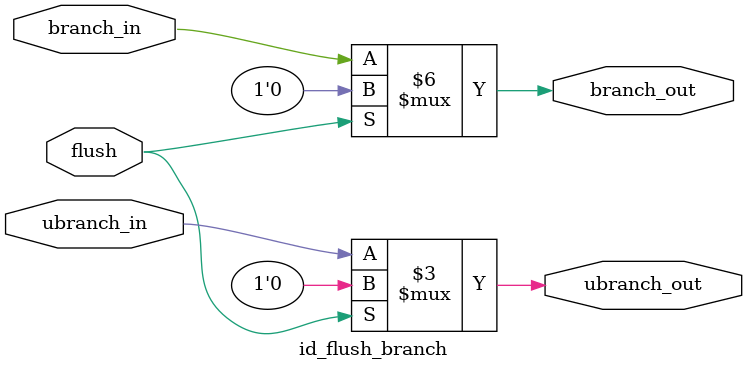
<source format=sv>
module id_flush_branch(
    output logic branch_out,
    output logic ubranch_out,
    input  branch_in,
    input  ubranch_in,
    input  flush
);

always_comb begin
    if(flush) begin
        branch_out = 1'b0;
        ubranch_out = 1'b0; 
    end
    else begin
        branch_out = branch_in;
        ubranch_out = ubranch_in; 
    end
end
    
endmodule
</source>
